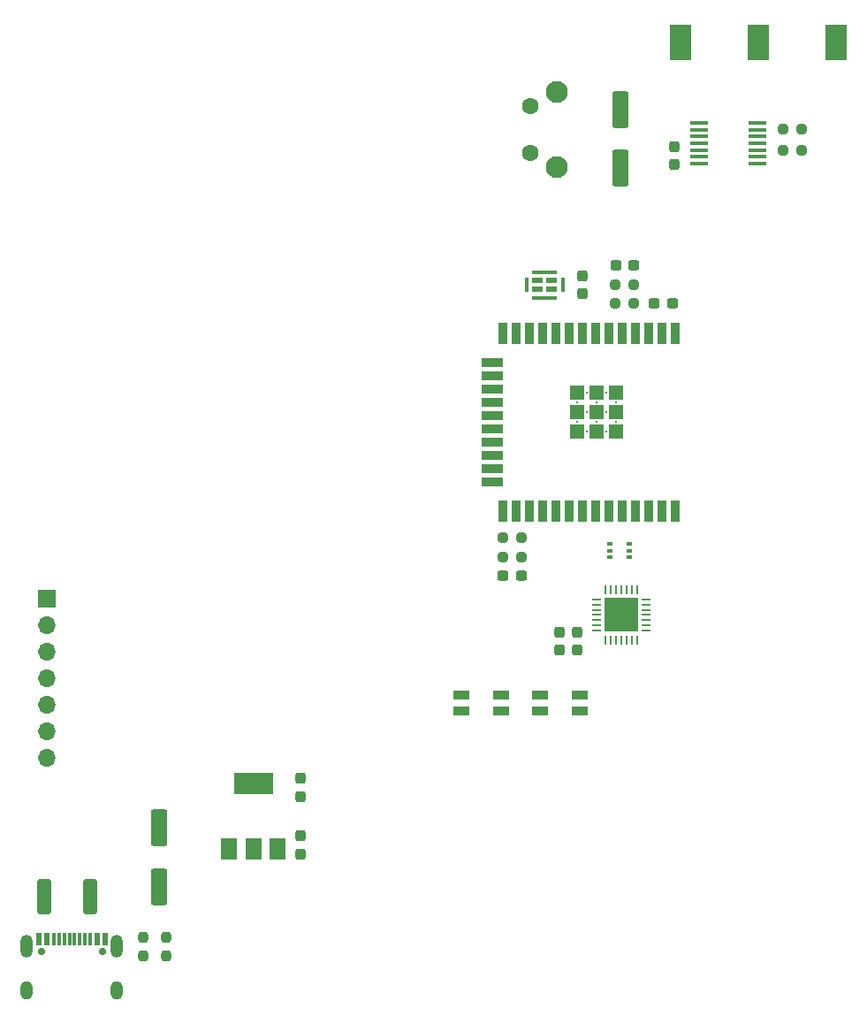
<source format=gbr>
%TF.GenerationSoftware,KiCad,Pcbnew,(6.0.4-0)*%
%TF.CreationDate,2022-05-04T17:09:46+02:00*%
%TF.ProjectId,GlowTube,476c6f77-5475-4626-952e-6b696361645f,rev?*%
%TF.SameCoordinates,Original*%
%TF.FileFunction,Soldermask,Top*%
%TF.FilePolarity,Negative*%
%FSLAX46Y46*%
G04 Gerber Fmt 4.6, Leading zero omitted, Abs format (unit mm)*
G04 Created by KiCad (PCBNEW (6.0.4-0)) date 2022-05-04 17:09:46*
%MOMM*%
%LPD*%
G01*
G04 APERTURE LIST*
G04 Aperture macros list*
%AMRoundRect*
0 Rectangle with rounded corners*
0 $1 Rounding radius*
0 $2 $3 $4 $5 $6 $7 $8 $9 X,Y pos of 4 corners*
0 Add a 4 corners polygon primitive as box body*
4,1,4,$2,$3,$4,$5,$6,$7,$8,$9,$2,$3,0*
0 Add four circle primitives for the rounded corners*
1,1,$1+$1,$2,$3*
1,1,$1+$1,$4,$5*
1,1,$1+$1,$6,$7*
1,1,$1+$1,$8,$9*
0 Add four rect primitives between the rounded corners*
20,1,$1+$1,$2,$3,$4,$5,0*
20,1,$1+$1,$4,$5,$6,$7,0*
20,1,$1+$1,$6,$7,$8,$9,0*
20,1,$1+$1,$8,$9,$2,$3,0*%
G04 Aperture macros list end*
%ADD10RoundRect,0.237500X-0.237500X0.250000X-0.237500X-0.250000X0.237500X-0.250000X0.237500X0.250000X0*%
%ADD11R,0.900000X0.250000*%
%ADD12R,0.250000X0.900000*%
%ADD13R,3.250000X3.250000*%
%ADD14R,2.000000X3.500000*%
%ADD15RoundRect,0.237500X-0.300000X-0.237500X0.300000X-0.237500X0.300000X0.237500X-0.300000X0.237500X0*%
%ADD16R,1.676400X0.355600*%
%ADD17RoundRect,0.237500X-0.237500X0.300000X-0.237500X-0.300000X0.237500X-0.300000X0.237500X0.300000X0*%
%ADD18RoundRect,0.237500X0.250000X0.237500X-0.250000X0.237500X-0.250000X-0.237500X0.250000X-0.237500X0*%
%ADD19R,0.600000X0.419990*%
%ADD20RoundRect,0.237500X-0.250000X-0.237500X0.250000X-0.237500X0.250000X0.237500X-0.250000X0.237500X0*%
%ADD21RoundRect,0.250000X-0.550000X1.500000X-0.550000X-1.500000X0.550000X-1.500000X0.550000X1.500000X0*%
%ADD22RoundRect,0.237500X0.237500X-0.300000X0.237500X0.300000X-0.237500X0.300000X-0.237500X-0.300000X0*%
%ADD23R,0.900000X2.000000*%
%ADD24R,2.000000X0.900000*%
%ADD25R,1.330000X1.330000*%
%ADD26C,0.300000*%
%ADD27R,1.700000X1.700000*%
%ADD28O,1.700000X1.700000*%
%ADD29C,1.600000*%
%ADD30C,2.100000*%
%ADD31RoundRect,0.250000X-0.400000X-1.450000X0.400000X-1.450000X0.400000X1.450000X-0.400000X1.450000X0*%
%ADD32R,1.050013X0.550013*%
%ADD33R,0.450013X1.400000*%
%ADD34R,2.400000X0.450013*%
%ADD35C,0.700000*%
%ADD36R,0.600000X1.300000*%
%ADD37R,0.300000X1.300000*%
%ADD38O,1.200000X2.200000*%
%ADD39O,1.200000X1.800000*%
%ADD40R,1.500000X2.000000*%
%ADD41R,3.800000X2.000000*%
%ADD42RoundRect,0.237500X0.300000X0.237500X-0.300000X0.237500X-0.300000X-0.237500X0.300000X-0.237500X0*%
%ADD43R,1.500000X0.900000*%
%ADD44RoundRect,0.250000X0.550000X-1.500000X0.550000X1.500000X-0.550000X1.500000X-0.550000X-1.500000X0*%
G04 APERTURE END LIST*
D10*
%TO.C,R2*%
X100890000Y-168337500D03*
X100890000Y-170162500D03*
%TD*%
D11*
%TO.C,U3*%
X142134332Y-135989245D03*
X142134332Y-136489245D03*
X142134332Y-136989245D03*
X142134332Y-137489245D03*
X142134332Y-137989244D03*
X142134332Y-138489244D03*
X142134332Y-138989244D03*
D12*
X143034346Y-139889258D03*
X143534346Y-139889258D03*
X144034346Y-139889258D03*
X144534346Y-139889258D03*
X145034345Y-139889258D03*
X145534345Y-139889258D03*
X146034345Y-139889258D03*
D11*
X146934359Y-138989244D03*
X146934359Y-138489244D03*
X146934359Y-137989244D03*
X146934359Y-137489245D03*
X146934359Y-136989245D03*
X146934359Y-136489245D03*
X146934359Y-135989245D03*
D12*
X146034345Y-135089231D03*
X145534345Y-135089231D03*
X145034345Y-135089231D03*
X144534346Y-135089231D03*
X144034346Y-135089231D03*
X143534346Y-135089231D03*
X143034346Y-135089231D03*
D13*
X144534345Y-137489244D03*
%TD*%
D14*
%TO.C,P2*%
X157680000Y-82710000D03*
%TD*%
D15*
%TO.C,C11*%
X133212350Y-133742100D03*
X134937350Y-133742100D03*
%TD*%
D16*
%TO.C,U1*%
X157589400Y-94280001D03*
X157589400Y-93630000D03*
X157589400Y-92979999D03*
X157589400Y-92330000D03*
X157589400Y-91680001D03*
X157589400Y-91030000D03*
X157589400Y-90380001D03*
X151950600Y-90379999D03*
X151950600Y-91030000D03*
X151950600Y-91679999D03*
X151950600Y-92330000D03*
X151950600Y-92979999D03*
X151950600Y-93630000D03*
X151950600Y-94279999D03*
%TD*%
D17*
%TO.C,C6*%
X138570858Y-139147500D03*
X138570858Y-140872500D03*
%TD*%
D18*
%TO.C,R4*%
X145757350Y-105842100D03*
X143932350Y-105842100D03*
%TD*%
D15*
%TO.C,C10*%
X143982350Y-104032100D03*
X145707350Y-104032100D03*
%TD*%
D19*
%TO.C,U5*%
X145289962Y-131989987D03*
X145289962Y-131340000D03*
X145289962Y-130690013D03*
X143390038Y-130690013D03*
X143390038Y-131340000D03*
X143390038Y-131989987D03*
%TD*%
D20*
%TO.C,R7*%
X133162350Y-130102100D03*
X134987350Y-130102100D03*
%TD*%
D21*
%TO.C,C4*%
X144430000Y-89070000D03*
X144430000Y-94670000D03*
%TD*%
D22*
%TO.C,C5*%
X140340858Y-140872500D03*
X140340858Y-139147500D03*
%TD*%
D14*
%TO.C,P3*%
X165096200Y-82710000D03*
%TD*%
D23*
%TO.C,U2*%
X149670000Y-110560000D03*
X148400000Y-110560000D03*
X147130000Y-110560000D03*
X145860000Y-110560000D03*
X144590000Y-110560000D03*
X143320000Y-110560000D03*
X142050000Y-110560000D03*
X140780000Y-110560000D03*
X139510000Y-110560000D03*
X138240000Y-110560000D03*
X136970000Y-110560000D03*
X135700000Y-110560000D03*
X134430000Y-110560000D03*
X133160000Y-110560000D03*
D24*
X132160000Y-113345000D03*
X132160000Y-114615000D03*
X132160000Y-115885000D03*
X132160000Y-117155000D03*
X132160000Y-118425000D03*
X132160000Y-119695000D03*
X132160000Y-120965000D03*
X132160000Y-122235000D03*
X132160000Y-123505000D03*
X132160000Y-124775000D03*
D23*
X133160000Y-127560000D03*
X134430000Y-127560000D03*
X135700000Y-127560000D03*
X136970000Y-127560000D03*
X138240000Y-127560000D03*
X139510000Y-127560000D03*
X140780000Y-127560000D03*
X142050000Y-127560000D03*
X143320000Y-127560000D03*
X144590000Y-127560000D03*
X145860000Y-127560000D03*
X147130000Y-127560000D03*
X148400000Y-127560000D03*
X149670000Y-127560000D03*
D25*
X144005000Y-116225000D03*
X144005000Y-118060000D03*
X144005000Y-119895000D03*
X142170000Y-116225000D03*
X142170000Y-118060000D03*
X142170000Y-119895000D03*
X140335000Y-116225000D03*
X140335000Y-118060000D03*
X140335000Y-119895000D03*
D26*
X144005000Y-117142500D03*
X144005000Y-118977500D03*
X143087500Y-116225000D03*
X143087500Y-118060000D03*
X143087500Y-119895000D03*
X142170000Y-117142500D03*
X142170000Y-118977500D03*
X141252500Y-116225000D03*
X141252500Y-118060000D03*
X141252500Y-119895000D03*
X140335000Y-117142500D03*
X140335000Y-118977500D03*
%TD*%
D22*
%TO.C,C9*%
X140790000Y-106715000D03*
X140790000Y-104990000D03*
%TD*%
D27*
%TO.C,J1*%
X89540000Y-135960000D03*
D28*
X89540000Y-138500000D03*
X89540000Y-141040000D03*
X89540000Y-143580000D03*
X89540000Y-146120000D03*
X89540000Y-148660000D03*
X89540000Y-151200000D03*
%TD*%
D29*
%TO.C,C12*%
X135845044Y-88770064D03*
X135845044Y-93269936D03*
D30*
X138344917Y-87420051D03*
X138344917Y-94619949D03*
%TD*%
D10*
%TO.C,R3*%
X98710000Y-168337500D03*
X98710000Y-170162500D03*
%TD*%
D31*
%TO.C,F1*%
X89205000Y-164480000D03*
X93655000Y-164480000D03*
%TD*%
D20*
%TO.C,R6*%
X143932350Y-107662100D03*
X145757350Y-107662100D03*
%TD*%
D32*
%TO.C,U6*%
X137875083Y-105475545D03*
X136524816Y-105475545D03*
X136524816Y-106325431D03*
X137875083Y-106325431D03*
D33*
X138924867Y-105900488D03*
D34*
X137199949Y-104675443D03*
D33*
X135475032Y-105900488D03*
D34*
X137199949Y-107125532D03*
%TD*%
D35*
%TO.C,USB1*%
X89020000Y-169740000D03*
X94800000Y-169740000D03*
D36*
X88710000Y-168500000D03*
X89510000Y-168500000D03*
D37*
X90660000Y-168500000D03*
X91660000Y-168500000D03*
X92160000Y-168500000D03*
X93160000Y-168500000D03*
D36*
X95110000Y-168500000D03*
X94310000Y-168500000D03*
D37*
X93660000Y-168500000D03*
X92660000Y-168500000D03*
X91160000Y-168500000D03*
X90160000Y-168500000D03*
D38*
X87590000Y-169240000D03*
D39*
X87590000Y-173420000D03*
X96230000Y-173420000D03*
D38*
X96230000Y-169240000D03*
%TD*%
D40*
%TO.C,U4*%
X106970000Y-159920000D03*
X109270000Y-159920000D03*
X111570000Y-159920000D03*
D41*
X109270000Y-153620000D03*
%TD*%
D17*
%TO.C,C7*%
X113830000Y-158657500D03*
X113830000Y-160382500D03*
%TD*%
D18*
%TO.C,R5*%
X134987350Y-131922100D03*
X133162350Y-131922100D03*
%TD*%
D42*
%TO.C,C1*%
X149417350Y-107662100D03*
X147692350Y-107662100D03*
%TD*%
D43*
%TO.C,SW1*%
X140530000Y-145150000D03*
X136730000Y-145150000D03*
X136730000Y-146650000D03*
X140530000Y-146650000D03*
%TD*%
%TO.C,SW2*%
X129250000Y-145150000D03*
X133050000Y-145150000D03*
X129250000Y-146650000D03*
X133050000Y-146650000D03*
%TD*%
D20*
%TO.C,R1*%
X160017500Y-93010000D03*
X161842500Y-93010000D03*
%TD*%
D14*
%TO.C,P1*%
X150203800Y-82710000D03*
%TD*%
D22*
%TO.C,C8*%
X113830000Y-154882500D03*
X113830000Y-153157500D03*
%TD*%
%TO.C,C2*%
X149600000Y-94349200D03*
X149600000Y-92624200D03*
%TD*%
D20*
%TO.C,R8*%
X160017500Y-91010000D03*
X161842500Y-91010000D03*
%TD*%
D44*
%TO.C,C3*%
X100260000Y-163500000D03*
X100260000Y-157900000D03*
%TD*%
M02*

</source>
